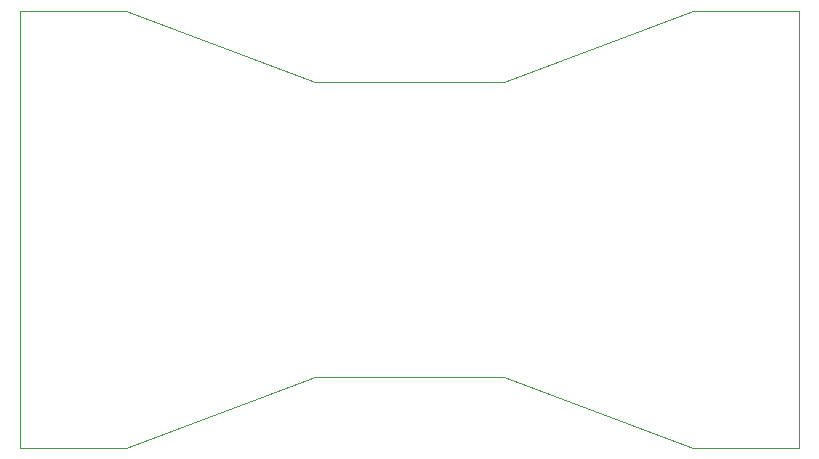
<source format=gbr>
%TF.GenerationSoftware,KiCad,Pcbnew,(5.1.6)-1*%
%TF.CreationDate,2020-09-26T17:15:15+05:30*%
%TF.ProjectId,ENC28J60_Dev_Board,454e4332-384a-4363-905f-4465765f426f,rev?*%
%TF.SameCoordinates,Original*%
%TF.FileFunction,Profile,NP*%
%FSLAX46Y46*%
G04 Gerber Fmt 4.6, Leading zero omitted, Abs format (unit mm)*
G04 Created by KiCad (PCBNEW (5.1.6)-1) date 2020-09-26 17:15:15*
%MOMM*%
%LPD*%
G01*
G04 APERTURE LIST*
%TA.AperFunction,Profile*%
%ADD10C,0.050000*%
%TD*%
G04 APERTURE END LIST*
D10*
X108000000Y-107000000D02*
X92000000Y-113000000D01*
X124000000Y-107000000D02*
X108000000Y-107000000D01*
X140000000Y-113000000D02*
X124000000Y-107000000D01*
X149000000Y-113000000D02*
X140000000Y-113000000D01*
X149000000Y-76000000D02*
X149000000Y-113000000D01*
X83000000Y-113000000D02*
X92000000Y-113000000D01*
X83000000Y-76000000D02*
X83000000Y-113000000D01*
X124000000Y-82000000D02*
X108000000Y-82000000D01*
X140000000Y-76000000D02*
X124000000Y-82000000D01*
X149000000Y-76000000D02*
X140000000Y-76000000D01*
X92000000Y-76000000D02*
X108000000Y-82000000D01*
X83000000Y-76000000D02*
X92000000Y-76000000D01*
M02*

</source>
